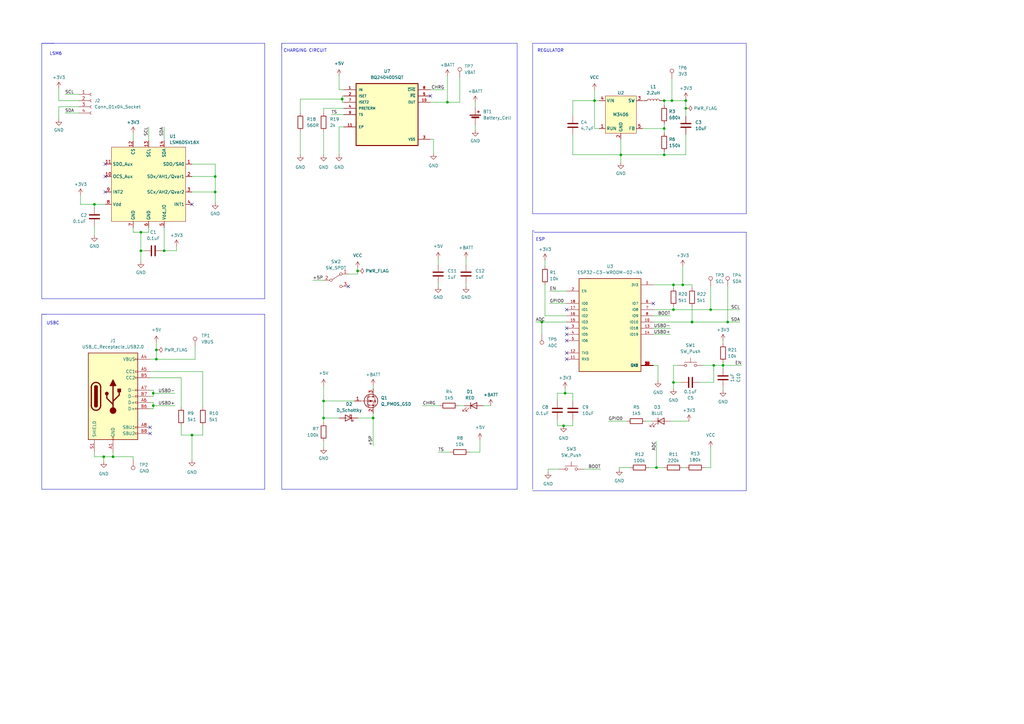
<source format=kicad_sch>
(kicad_sch (version 20230121) (generator eeschema)
  (paper "A3")
  (lib_symbols
    (symbol "BQ24040DSQT:BQ24040DSQT" (pin_names (offset 1.016))
      (property "Reference" "U" (at -12.7 13.7 0))
      (property "Value" "BQ24040DSQT" (at -12.7 -16.7 0))
      (symbol "BQ24040DSQT_0_0"
        (pin input line (at -17.78 10.16 0) (length 5.08) (name "IN") (number "1"))
        (pin output line (at 17.78 5.08 180) (length 5.08) (name "OUT") (number "10"))
        (pin bidirectional line (at -17.78 -5.08 0) (length 5.08) (name "EP") (number "11"))
        (pin input line (at -17.78 7.62 0) (length 5.08) (name "ISET") (number "2"))
        (pin power_in line (at 17.78 -10.16 180) (length 5.08) (name "VSS") (number "3"))
        (pin input line (at -17.78 2.54 0) (length 5.08) (name "PRETERM") (number "4"))
        (pin output line (at 17.78 7.62 180) (length 5.08) (name "~{PG}") (number "5"))
        (pin input line (at -17.78 5.08 0) (length 5.08) (name "ISET2") (number "7"))
        (pin output line (at 17.78 10.16 180) (length 5.08) (name "~{CHG}") (number "8"))
        (pin input line (at -17.78 0 0) (length 5.08) (name "TS") (number "9"))
      )
    )
    (symbol "Connector:Conn_01x04_Socket" (pin_names (offset 1.016) hide)
      (property "Reference" "J" (at 0 5.08 0))
      (property "Value" "Conn_01x04_Socket" (at 0 -7.62 0))
      (symbol "Conn_01x04_Socket_1_1"
        (pin passive line (at -5.08 2.54 0) (length 3.81) (name "Pin_1") (number "1"))
        (pin passive line (at -5.08 0 0) (length 3.81) (name "Pin_2") (number "2"))
        (pin passive line (at -5.08 -2.54 0) (length 3.81) (name "Pin_3") (number "3"))
        (pin passive line (at -5.08 -5.08 0) (length 3.81) (name "Pin_4") (number "4"))
      )
    )
    (symbol "Connector:TestPoint" (pin_numbers hide) (pin_names (offset 0.762) hide)
      (property "Reference" "TP" (at 0 6.858 0))
      (property "Value" "TestPoint" (at 0 5.08 0))
      (symbol "TestPoint_1_1"
        (pin passive line (at 0 0 90) (length 2.54) (name "1") (number "1"))
      )
    )
    (symbol "Connector:USB_C_Receptacle_USB2.0" (pin_names (offset 1.016))
      (property "Reference" "J" (at -10.16 19.05 0))
      (property "Value" "USB_C_Receptacle_USB2.0" (at 19.05 19.05 0))
      (symbol "USB_C_Receptacle_USB2.0_1_1"
        (pin passive line (at 0 -22.86 90) (length 5.08) (name "GND") (number "A1"))
        (pin passive line (at 0 -22.86 90) (length 5.08) hide (name "GND") (number "A12"))
        (pin passive line (at 15.24 15.24 180) (length 5.08) (name "VBUS") (number "A4"))
        (pin bidirectional line (at 15.24 10.16 180) (length 5.08) (name "CC1") (number "A5"))
        (pin bidirectional line (at 15.24 -2.54 180) (length 5.08) (name "D+") (number "A6"))
        (pin bidirectional line (at 15.24 2.54 180) (length 5.08) (name "D-") (number "A7"))
        (pin bidirectional line (at 15.24 -12.7 180) (length 5.08) (name "SBU1") (number "A8"))
        (pin passive line (at 15.24 15.24 180) (length 5.08) hide (name "VBUS") (number "A9"))
        (pin passive line (at 0 -22.86 90) (length 5.08) hide (name "GND") (number "B1"))
        (pin passive line (at 0 -22.86 90) (length 5.08) hide (name "GND") (number "B12"))
        (pin passive line (at 15.24 15.24 180) (length 5.08) hide (name "VBUS") (number "B4"))
        (pin bidirectional line (at 15.24 7.62 180) (length 5.08) (name "CC2") (number "B5"))
        (pin bidirectional line (at 15.24 -5.08 180) (length 5.08) (name "D+") (number "B6"))
        (pin bidirectional line (at 15.24 0 180) (length 5.08) (name "D-") (number "B7"))
        (pin bidirectional line (at 15.24 -15.24 180) (length 5.08) (name "SBU2") (number "B8"))
        (pin passive line (at 15.24 15.24 180) (length 5.08) hide (name "VBUS") (number "B9"))
        (pin passive line (at -7.62 -22.86 90) (length 5.08) (name "SHIELD") (number "S1"))
      )
    )
    (symbol "Device:Battery_Cell" (pin_numbers hide) (pin_names (offset 0) hide)
      (property "Reference" "BT" (at 2.54 2.54 0))
      (property "Value" "Battery_Cell" (at 2.54 0 0))
      (symbol "Battery_Cell_1_1"
        (pin passive line (at 0 5.08 270) (length 2.54) (name "+") (number "1"))
        (pin passive line (at 0 -2.54 90) (length 2.54) (name "-") (number "2"))
      )
    )
    (symbol "Device:C" (pin_numbers hide) (pin_names (offset 0.254))
      (property "Reference" "C" (at 0.635 2.54 0))
      (property "Value" "C" (at 0.635 -2.54 0))
      (symbol "C_1_1"
        (pin passive line (at 0 3.81 270) (length 2.794) (name "~") (number "1"))
        (pin passive line (at 0 -3.81 90) (length 2.794) (name "~") (number "2"))
      )
    )
    (symbol "Device:D_Schottky" (pin_numbers hide) (pin_names (offset 1.016) hide)
      (property "Reference" "D" (at 0 2.54 0))
      (property "Value" "D_Schottky" (at 0 -2.54 0))
      (symbol "D_Schottky_1_1"
        (pin passive line (at -3.81 0 0) (length 2.54) (name "K") (number "1"))
        (pin passive line (at 3.81 0 180) (length 2.54) (name "A") (number "2"))
      )
    )
    (symbol "Device:L" (pin_numbers hide) (pin_names (offset 1.016) hide)
      (property "Reference" "L" (at -1.27 0 90))
      (property "Value" "L" (at 1.905 0 90))
      (symbol "L_1_1"
        (pin passive line (at 0 3.81 270) (length 1.27) (name "1") (number "1"))
        (pin passive line (at 0 -3.81 90) (length 1.27) (name "2") (number "2"))
      )
    )
    (symbol "Device:LED" (pin_numbers hide) (pin_names (offset 1.016) hide)
      (property "Reference" "D" (at 0 2.54 0))
      (property "Value" "LED" (at 0 -2.54 0))
      (symbol "LED_1_1"
        (pin passive line (at -3.81 0 0) (length 2.54) (name "K") (number "1"))
        (pin passive line (at 3.81 0 180) (length 2.54) (name "A") (number "2"))
      )
    )
    (symbol "Device:Q_PMOS_GSD" (pin_names (offset 0) hide)
      (property "Reference" "Q" (at 5.08 1.27 0))
      (property "Value" "Q_PMOS_GSD" (at 5.08 -1.27 0))
      (symbol "Q_PMOS_GSD_1_1"
        (pin input line (at -5.08 0 0) (length 2.54) (name "G") (number "1"))
        (pin passive line (at 2.54 -5.08 90) (length 2.54) (name "S") (number "2"))
        (pin passive line (at 2.54 5.08 270) (length 2.54) (name "D") (number "3"))
      )
    )
    (symbol "Device:R" (pin_numbers hide) (pin_names (offset 0))
      (property "Reference" "R" (at 2.032 0 90))
      (property "Value" "R" (at 0 0 90))
      (symbol "R_1_1"
        (pin passive line (at 0 3.81 270) (length 1.27) (name "~") (number "1"))
        (pin passive line (at 0 -3.81 90) (length 1.27) (name "~") (number "2"))
      )
    )
    (symbol "ESP32-C3-WROOM-02-N4:ESP32-C3-WROOM-02-N4" (pin_names (offset 1.016))
      (property "Reference" "U" (at -12.7 21.082 0))
      (property "Value" "ESP32-C3-WROOM-02-N4" (at -12.7 -18.542 0))
      (symbol "ESP32-C3-WROOM-02-N4_0_0"
        (pin power_in line (at 17.78 17.78 180) (length 5.08) (name "3V3") (number "1"))
        (pin bidirectional line (at 17.78 2.54 180) (length 5.08) (name "IO10") (number "10"))
        (pin bidirectional line (at -17.78 -12.7 0) (length 5.08) (name "RXD") (number "11"))
        (pin bidirectional line (at -17.78 -10.16 0) (length 5.08) (name "TXD") (number "12"))
        (pin bidirectional line (at 17.78 0 180) (length 5.08) (name "IO18") (number "13"))
        (pin bidirectional line (at 17.78 -2.54 180) (length 5.08) (name "IO19") (number "14"))
        (pin bidirectional line (at -17.78 2.54 0) (length 5.08) (name "IO3") (number "15"))
        (pin bidirectional line (at -17.78 5.08 0) (length 5.08) (name "IO2") (number "16"))
        (pin bidirectional line (at -17.78 7.62 0) (length 5.08) (name "IO1") (number "17"))
        (pin bidirectional line (at -17.78 10.16 0) (length 5.08) (name "IO0") (number "18"))
        (pin power_in line (at 17.78 -15.24 180) (length 5.08) (name "GND") (number "19"))
        (pin input line (at -17.78 15.24 0) (length 5.08) (name "EN") (number "2"))
        (pin power_in line (at 17.78 -15.24 180) (length 5.08) (name "GND") (number "20"))
        (pin power_in line (at 17.78 -15.24 180) (length 5.08) (name "GND") (number "21"))
        (pin power_in line (at 17.78 -15.24 180) (length 5.08) (name "GND") (number "22"))
        (pin power_in line (at 17.78 -15.24 180) (length 5.08) (name "GND") (number "23"))
        (pin power_in line (at 17.78 -15.24 180) (length 5.08) (name "GND") (number "24"))
        (pin power_in line (at 17.78 -15.24 180) (length 5.08) (name "GND") (number "25"))
        (pin power_in line (at 17.78 -15.24 180) (length 5.08) (name "GND") (number "26"))
        (pin power_in line (at 17.78 -15.24 180) (length 5.08) (name "GND") (number "27"))
        (pin power_in line (at 17.78 -15.24 180) (length 5.08) (name "GND") (number "28"))
        (pin power_in line (at 17.78 -15.24 180) (length 5.08) (name "GND") (number "29"))
        (pin bidirectional line (at -17.78 0 0) (length 5.08) (name "IO4") (number "3"))
        (pin power_in line (at 17.78 -15.24 180) (length 5.08) (name "GND") (number "30"))
        (pin power_in line (at 17.78 -15.24 180) (length 5.08) (name "GND") (number "31"))
        (pin power_in line (at 17.78 -15.24 180) (length 5.08) (name "GND") (number "32"))
        (pin power_in line (at 17.78 -15.24 180) (length 5.08) (name "GND") (number "33"))
        (pin power_in line (at 17.78 -15.24 180) (length 5.08) (name "GND") (number "34"))
        (pin power_in line (at 17.78 -15.24 180) (length 5.08) (name "GND") (number "35"))
        (pin power_in line (at 17.78 -15.24 180) (length 5.08) (name "GND") (number "36"))
        (pin power_in line (at 17.78 -15.24 180) (length 5.08) (name "GND") (number "37"))
        (pin power_in line (at 17.78 -15.24 180) (length 5.08) (name "GND") (number "38"))
        (pin power_in line (at 17.78 -15.24 180) (length 5.08) (name "GND") (number "39"))
        (pin bidirectional line (at -17.78 -2.54 0) (length 5.08) (name "IO5") (number "4"))
        (pin bidirectional line (at -17.78 -5.08 0) (length 5.08) (name "IO6") (number "5"))
        (pin bidirectional line (at 17.78 10.16 180) (length 5.08) (name "IO7") (number "6"))
        (pin bidirectional line (at 17.78 7.62 180) (length 5.08) (name "IO8") (number "7"))
        (pin bidirectional line (at 17.78 5.08 180) (length 5.08) (name "IO9") (number "8"))
        (pin power_in line (at 17.78 -15.24 180) (length 5.08) (name "GND") (number "9"))
      )
    )
    (symbol "IMU:LSM6DSV16X"
      (property "Reference" "U" (at -13.97 16.51 0))
      (property "Value" "LSM6DSV16X" (at 13.335 16.51 0))
      (symbol "LSM6DSV16X_1_1"
        (pin bidirectional line (at 17.78 8.255 180) (length 2.54) (name "SDO/SA0") (number "1"))
        (pin input line (at -17.78 3.175 0) (length 2.54) (name "OCS_Aux") (number "10"))
        (pin output line (at -17.78 8.255 0) (length 2.54) (name "SDO_Aux") (number "11"))
        (pin input line (at -6.35 17.78 270) (length 2.54) (name "CS") (number "12"))
        (pin input line (at 0 17.78 270) (length 2.54) (name "SCL") (number "13"))
        (pin bidirectional line (at 6.35 17.78 270) (length 2.54) (name "SDA") (number "14"))
        (pin bidirectional line (at 17.78 3.175 180) (length 2.54) (name "SDx/AH1/Qvar1") (number "2"))
        (pin output line (at 17.78 -3.175 180) (length 2.54) (name "SCx/AH2/Qvar2") (number "3"))
        (pin output line (at 17.78 -8.255 180) (length 2.54) (name "INT1") (number "4"))
        (pin power_in line (at 6.35 -17.78 90) (length 2.54) (name "Vdd_IO") (number "5"))
        (pin power_in line (at 0 -17.78 90) (length 2.54) (name "GND") (number "6"))
        (pin power_in line (at -6.35 -17.78 90) (length 2.54) (name "GND") (number "7"))
        (pin power_in line (at -17.78 -8.255 0) (length 2.54) (name "Vdd") (number "8"))
        (pin output line (at -17.78 -3.175 0) (length 2.54) (name "INT2") (number "9"))
      )
    )
    (symbol "Regulator_Switching_Custom:M3406"
      (property "Reference" "U" (at -4.445 8.89 0))
      (property "Value" "M3406" (at 3.175 8.89 0))
      (symbol "M3406_1_1"
        (pin input line (at -8.89 -5.715 0) (length 2.54) (name "RUN") (number "1"))
        (pin power_in line (at 0 -10.16 90) (length 2.54) (name "GND") (number "2"))
        (pin output line (at 8.89 5.715 180) (length 2.54) (name "SW") (number "3"))
        (pin power_in line (at -8.89 5.715 0) (length 2.54) (name "VIN") (number "4"))
        (pin input line (at 8.89 -5.715 180) (length 2.54) (name "FB") (number "5"))
      )
    )
    (symbol "Switch:SW_Push" (pin_numbers hide) (pin_names (offset 1.016) hide)
      (property "Reference" "SW" (at 1.27 2.54 0))
      (property "Value" "SW_Push" (at 0 -1.524 0))
      (symbol "SW_Push_0_1"
        (pin passive line (at -5.08 0 0) (length 2.54) (name "1") (number "1"))
        (pin passive line (at 5.08 0 180) (length 2.54) (name "2") (number "2"))
      )
    )
    (symbol "Switch:SW_SPDT" (pin_names (offset 0) hide)
      (property "Reference" "SW" (at 0 4.318 0))
      (property "Value" "SW_SPDT" (at 0 -5.08 0))
      (symbol "SW_SPDT_1_1"
        (pin passive line (at 5.08 2.54 180) (length 2.54) (name "A") (number "1"))
        (pin passive line (at -5.08 0 0) (length 2.54) (name "B") (number "2"))
        (pin passive line (at 5.08 -2.54 180) (length 2.54) (name "C") (number "3"))
      )
    )
    (symbol "power:+3V3" (power) (pin_names (offset 0))
      (property "Value" "+3V3" (at 0 3.556 0))
      (symbol "+3V3_1_1"
        (pin power_in line (at 0 0 90) (length 0) hide (name "+3V3") (number "1"))
      )
    )
    (symbol "power:+5V" (power) (pin_names (offset 0))
      (property "Value" "+5V" (at 0 3.556 0))
      (symbol "+5V_1_1"
        (pin power_in line (at 0 0 90) (length 0) hide (name "+5V") (number "1"))
      )
    )
    (symbol "power:+BATT" (power) (pin_names (offset 0))
      (property "Value" "+BATT" (at 0 3.556 0))
      (symbol "+BATT_1_1"
        (pin power_in line (at 0 0 90) (length 0) hide (name "+BATT") (number "1"))
      )
    )
    (symbol "power:GND" (power) (pin_names (offset 0))
      (property "Value" "GND" (at 0 -3.81 0))
      (symbol "GND_1_1"
        (pin power_in line (at 0 0 270) (length 0) hide (name "GND") (number "1"))
      )
    )
    (symbol "power:PWR_FLAG" (power) (pin_numbers hide) (pin_names (offset 0) hide)
      (property "Value" "PWR_FLAG" (at 0 3.81 0))
      (symbol "PWR_FLAG_0_0"
        (pin power_out line (at 0 0 90) (length 0) (name "pwr") (number "1"))
      )
    )
    (symbol "power:VCC" (power) (pin_names (offset 0))
      (property "Value" "VCC" (at 0 3.81 0))
      (symbol "VCC_1_1"
        (pin power_in line (at 0 0 90) (length 0) hide (name "VCC") (number "1"))
      )
    )
  )
  (junction (at 222.25 132.08))
  (junction (at 283.845 132.08))
  (junction (at 64.135 143.51))
  (junction (at 183.515 41.91))
  (junction (at 272.415 52.705))
  (junction (at 88.265 78.74))
  (junction (at 62.865 166.37))
  (junction (at 42.545 187.325))
  (junction (at 281.305 41.275))
  (junction (at 291.465 127))
  (junction (at 254.635 63.5))
  (junction (at 281.305 44.45))
  (junction (at 64.135 147.32))
  (junction (at 46.355 187.325))
  (junction (at 276.225 127))
  (junction (at 280.035 116.84))
  (junction (at 298.45 132.08))
  (junction (at 57.785 95.25))
  (junction (at 231.775 161.29))
  (junction (at 146.685 111.125))
  (junction (at 243.84 41.275))
  (junction (at 78.74 178.435))
  (junction (at 88.265 72.39))
  (junction (at 132.715 171.45))
  (junction (at 57.785 102.87))
  (junction (at 67.31 102.87))
  (junction (at 153.035 171.45))
  (junction (at 296.545 149.86))
  (junction (at 276.225 156.845))
  (junction (at 231.14 174.625))
  (junction (at 276.225 116.84))
  (junction (at 132.715 164.465))
  (junction (at 38.735 83.82))
  (junction (at 272.415 63.5))
  (junction (at 62.865 161.29))
  (junction (at 269.24 191.77))
  (junction (at 292.735 149.86))
  (junction (at 275.59 41.275))
  (junction (at 140.335 40.64))
  (junction (at 272.415 41.275))
  (no_connect (at 61.595 177.8))
  (no_connect (at 43.18 72.39))
  (no_connect (at 232.41 147.32))
  (no_connect (at 61.595 175.26))
  (no_connect (at 232.41 137.16))
  (no_connect (at 43.18 67.31))
  (no_connect (at 232.41 127))
  (no_connect (at 267.97 124.46))
  (no_connect (at 232.41 139.7))
  (no_connect (at 43.18 78.74))
  (no_connect (at 78.74 83.82))
  (no_connect (at 176.53 39.37))
  (no_connect (at 232.41 144.78))
  (no_connect (at 142.875 117.475))
  (no_connect (at 232.41 134.62))
  (wire (pts (xy 276.225 116.84) (xy 276.225 118.11)))
  (wire (pts (xy 187.96 166.37) (xy 190.5 166.37)))
  (wire (pts (xy 272.415 62.23) (xy 272.415 63.5)))
  (wire (pts (xy 194.945 41.91) (xy 194.945 43.815)))
  (wire (pts (xy 62.865 165.1) (xy 62.865 166.37)))
  (wire (pts (xy 67.31 93.345) (xy 67.31 102.87)))
  (wire (pts (xy 291.465 117.475) (xy 291.465 127)))
  (wire (pts (xy 38.735 83.82) (xy 38.735 85.09)))
  (wire (pts (xy 228.6 164.465) (xy 228.6 161.29)))
  (polyline (pts (xy 17.145 17.78) (xy 108.585 17.78)))
  (polyline (pts (xy 17.145 17.78) (xy 22.225 17.78)))
  (polyline (pts (xy 21.59 17.78) (xy 22.225 17.78)))
  (wire (pts (xy 191.135 106.045) (xy 191.135 108.585)))
  (wire (pts (xy 234.95 47.625) (xy 234.95 41.275)))
  (wire (pts (xy 276.225 149.86) (xy 278.13 149.86)))
  (polyline (pts (xy 212.09 17.78) (xy 115.57 17.78)))
  (wire (pts (xy 281.305 44.45) (xy 281.305 47.625)))
  (wire (pts (xy 254.635 63.5) (xy 272.415 63.5)))
  (wire (pts (xy 292.735 149.86) (xy 296.545 149.86)))
  (wire (pts (xy 179.705 185.42) (xy 184.785 185.42)))
  (wire (pts (xy 276.225 159.385) (xy 276.225 156.845)))
  (wire (pts (xy 123.19 40.64) (xy 123.19 46.355)))
  (wire (pts (xy 279.4 156.845) (xy 276.225 156.845)))
  (wire (pts (xy 128.27 114.935) (xy 132.715 114.935)))
  (wire (pts (xy 32.385 46.355) (xy 26.67 46.355)))
  (wire (pts (xy 54.61 187.325) (xy 46.355 187.325)))
  (wire (pts (xy 74.295 154.94) (xy 74.295 167.005)))
  (polyline (pts (xy 306.07 17.78) (xy 218.44 17.78)))
  (polyline (pts (xy 115.57 17.78) (xy 115.57 20.32)))
  (wire (pts (xy 264.795 172.72) (xy 267.335 172.72)))
  (wire (pts (xy 231.14 174.625) (xy 234.95 174.625)))
  (wire (pts (xy 245.745 52.705) (xy 243.84 52.705)))
  (wire (pts (xy 296.545 149.86) (xy 304.165 149.86)))
  (wire (pts (xy 288.29 149.86) (xy 292.735 149.86)))
  (polyline (pts (xy 218.44 94.615) (xy 218.44 200.66)))
  (wire (pts (xy 61.595 147.32) (xy 64.135 147.32)))
  (wire (pts (xy 62.865 162.56) (xy 61.595 162.56)))
  (wire (pts (xy 269.875 149.86) (xy 269.875 156.21)))
  (wire (pts (xy 38.735 83.82) (xy 43.18 83.82)))
  (wire (pts (xy 254.635 57.15) (xy 254.635 63.5)))
  (wire (pts (xy 54.61 188.595) (xy 54.61 187.325)))
  (wire (pts (xy 196.85 180.34) (xy 196.85 185.42)))
  (wire (pts (xy 234.95 63.5) (xy 254.635 63.5)))
  (wire (pts (xy 72.39 102.87) (xy 67.31 102.87)))
  (polyline (pts (xy 218.44 201.295) (xy 306.07 201.295)))
  (wire (pts (xy 223.52 106.68) (xy 223.52 109.22)))
  (wire (pts (xy 67.31 52.07) (xy 67.31 57.785)))
  (wire (pts (xy 33.02 83.82) (xy 33.02 80.01)))
  (wire (pts (xy 62.865 161.29) (xy 71.755 161.29)))
  (polyline (pts (xy 115.57 200.66) (xy 212.09 200.66)))
  (wire (pts (xy 296.545 148.59) (xy 296.545 149.86)))
  (wire (pts (xy 83.185 174.625) (xy 83.185 178.435)))
  (wire (pts (xy 57.785 95.25) (xy 60.96 95.25)))
  (wire (pts (xy 239.395 192.405) (xy 246.38 192.405)))
  (wire (pts (xy 254 191.77) (xy 254 192.405)))
  (wire (pts (xy 269.24 191.77) (xy 272.415 191.77)))
  (wire (pts (xy 140.335 40.64) (xy 140.335 39.37)))
  (wire (pts (xy 283.845 125.73) (xy 283.845 132.08)))
  (wire (pts (xy 38.735 185.42) (xy 38.735 187.325)))
  (wire (pts (xy 139.065 36.83) (xy 140.97 36.83)))
  (wire (pts (xy 61.595 165.1) (xy 62.865 165.1)))
  (wire (pts (xy 291.465 183.515) (xy 291.465 191.77)))
  (wire (pts (xy 272.415 41.275) (xy 275.59 41.275)))
  (wire (pts (xy 54.61 93.345) (xy 54.61 95.25)))
  (wire (pts (xy 132.715 180.975) (xy 132.715 183.515)))
  (wire (pts (xy 24.13 41.275) (xy 32.385 41.275)))
  (wire (pts (xy 57.785 95.25) (xy 57.785 102.87)))
  (wire (pts (xy 287.02 156.845) (xy 292.735 156.845)))
  (wire (pts (xy 179.705 116.205) (xy 179.705 117.475)))
  (wire (pts (xy 132.715 158.115) (xy 132.715 164.465)))
  (wire (pts (xy 296.545 158.75) (xy 296.545 160.02)))
  (wire (pts (xy 132.715 171.45) (xy 139.065 171.45)))
  (wire (pts (xy 42.545 187.325) (xy 42.545 189.23)))
  (wire (pts (xy 123.19 53.975) (xy 123.19 63.5)))
  (wire (pts (xy 234.95 41.275) (xy 243.84 41.275)))
  (wire (pts (xy 222.25 132.08) (xy 222.25 137.16)))
  (wire (pts (xy 272.415 50.8) (xy 272.415 52.705)))
  (wire (pts (xy 64.135 140.335) (xy 64.135 143.51)))
  (wire (pts (xy 132.715 53.975) (xy 132.715 63.5)))
  (wire (pts (xy 64.135 143.51) (xy 64.135 147.32)))
  (wire (pts (xy 135.89 46.99) (xy 140.97 46.99)))
  (polyline (pts (xy 108.585 17.78) (xy 108.585 122.555)))
  (wire (pts (xy 243.84 52.705) (xy 243.84 41.275)))
  (wire (pts (xy 38.735 187.325) (xy 42.545 187.325)))
  (wire (pts (xy 219.71 132.08) (xy 222.25 132.08)))
  (wire (pts (xy 188.595 41.91) (xy 183.515 41.91)))
  (wire (pts (xy 234.95 55.245) (xy 234.95 63.5)))
  (wire (pts (xy 72.39 100.965) (xy 72.39 102.87)))
  (wire (pts (xy 267.97 134.62) (xy 274.955 134.62)))
  (wire (pts (xy 54.61 54.61) (xy 54.61 57.785)))
  (wire (pts (xy 276.225 125.73) (xy 276.225 127)))
  (polyline (pts (xy 108.585 200.66) (xy 17.145 200.66)))
  (wire (pts (xy 66.675 102.87) (xy 67.31 102.87)))
  (wire (pts (xy 54.61 95.25) (xy 57.785 95.25)))
  (wire (pts (xy 267.97 129.54) (xy 274.955 129.54)))
  (wire (pts (xy 83.185 152.4) (xy 83.185 167.005)))
  (wire (pts (xy 60.96 52.07) (xy 60.96 57.785)))
  (wire (pts (xy 281.305 41.275) (xy 281.305 44.45)))
  (wire (pts (xy 24.13 48.895) (xy 24.13 43.815)))
  (wire (pts (xy 88.265 72.39) (xy 88.265 78.74)))
  (wire (pts (xy 283.845 118.11) (xy 283.845 116.84)))
  (wire (pts (xy 183.515 31.115) (xy 183.515 41.91)))
  (wire (pts (xy 42.545 187.325) (xy 46.355 187.325)))
  (wire (pts (xy 74.295 178.435) (xy 74.295 174.625)))
  (wire (pts (xy 80.01 142.24) (xy 80.01 147.32)))
  (wire (pts (xy 78.74 188.595) (xy 78.74 178.435)))
  (wire (pts (xy 61.595 154.94) (xy 74.295 154.94)))
  (wire (pts (xy 225.425 119.38) (xy 232.41 119.38)))
  (polyline (pts (xy 306.07 95.25) (xy 219.075 95.25)))
  (wire (pts (xy 234.95 161.29) (xy 234.95 164.465)))
  (wire (pts (xy 80.01 147.32) (xy 64.135 147.32)))
  (wire (pts (xy 33.02 83.82) (xy 38.735 83.82)))
  (wire (pts (xy 78.74 178.435) (xy 74.295 178.435)))
  (wire (pts (xy 24.13 43.815) (xy 32.385 43.815)))
  (wire (pts (xy 153.035 169.545) (xy 153.035 171.45)))
  (wire (pts (xy 292.735 156.845) (xy 292.735 149.86)))
  (wire (pts (xy 276.225 116.84) (xy 280.035 116.84)))
  (wire (pts (xy 298.45 132.08) (xy 303.53 132.08)))
  (wire (pts (xy 296.545 149.86) (xy 296.545 151.13)))
  (wire (pts (xy 140.97 41.91) (xy 140.335 41.91)))
  (wire (pts (xy 223.52 116.84) (xy 223.52 129.54)))
  (wire (pts (xy 177.8 57.15) (xy 177.8 62.865)))
  (wire (pts (xy 267.97 137.16) (xy 274.955 137.16)))
  (wire (pts (xy 245.745 41.275) (xy 243.84 41.275)))
  (wire (pts (xy 78.74 67.31) (xy 88.265 67.31)))
  (polyline (pts (xy 108.585 122.555) (xy 17.145 122.555)))
  (wire (pts (xy 62.865 167.64) (xy 61.595 167.64)))
  (wire (pts (xy 132.715 171.45) (xy 132.715 173.355)))
  (polyline (pts (xy 306.07 201.295) (xy 306.07 95.25)))
  (wire (pts (xy 228.6 172.085) (xy 228.6 174.625)))
  (wire (pts (xy 228.6 161.29) (xy 231.775 161.29)))
  (polyline (pts (xy 212.09 200.66) (xy 212.09 17.78)))
  (wire (pts (xy 194.945 51.435) (xy 194.945 53.34)))
  (wire (pts (xy 78.74 72.39) (xy 88.265 72.39)))
  (polyline (pts (xy 17.145 128.905) (xy 19.05 128.905)))
  (wire (pts (xy 269.24 180.975) (xy 269.24 191.77)))
  (wire (pts (xy 254.635 63.5) (xy 254.635 66.675)))
  (wire (pts (xy 274.955 172.72) (xy 282.575 172.72)))
  (wire (pts (xy 267.97 149.86) (xy 269.875 149.86)))
  (wire (pts (xy 61.595 152.4) (xy 83.185 152.4)))
  (wire (pts (xy 60.96 93.345) (xy 60.96 95.25)))
  (wire (pts (xy 139.065 52.07) (xy 140.97 52.07)))
  (wire (pts (xy 222.25 132.08) (xy 232.41 132.08)))
  (wire (pts (xy 176.53 57.15) (xy 177.8 57.15)))
  (wire (pts (xy 191.135 116.205) (xy 191.135 117.475)))
  (wire (pts (xy 266.065 191.77) (xy 269.24 191.77)))
  (wire (pts (xy 139.065 31.115) (xy 139.065 36.83)))
  (wire (pts (xy 62.865 166.37) (xy 71.755 166.37)))
  (wire (pts (xy 153.035 171.45) (xy 153.035 182.88)))
  (wire (pts (xy 182.245 36.83) (xy 176.53 36.83)))
  (wire (pts (xy 281.305 63.5) (xy 281.305 55.245)))
  (wire (pts (xy 62.865 166.37) (xy 62.865 167.64)))
  (wire (pts (xy 61.595 160.02) (xy 62.865 160.02)))
  (wire (pts (xy 26.67 38.735) (xy 32.385 38.735)))
  (wire (pts (xy 234.95 174.625) (xy 234.95 172.085)))
  (polyline (pts (xy 219.075 94.615) (xy 218.44 94.615)))
  (wire (pts (xy 198.12 166.37) (xy 201.295 166.37)))
  (polyline (pts (xy 306.07 87.63) (xy 306.07 17.78)))
  (wire (pts (xy 88.265 78.74) (xy 88.265 83.185)))
  (wire (pts (xy 231.775 161.29) (xy 234.95 161.29)))
  (wire (pts (xy 188.595 31.75) (xy 188.595 41.91)))
  (wire (pts (xy 291.465 127) (xy 303.53 127)))
  (wire (pts (xy 224.79 192.405) (xy 229.235 192.405)))
  (wire (pts (xy 46.355 185.42) (xy 46.355 187.325)))
  (wire (pts (xy 57.785 102.87) (xy 57.785 107.315)))
  (wire (pts (xy 176.53 41.91) (xy 183.515 41.91)))
  (wire (pts (xy 78.74 78.74) (xy 88.265 78.74)))
  (wire (pts (xy 24.13 36.195) (xy 24.13 41.275)))
  (polyline (pts (xy 218.44 17.78) (xy 218.44 87.63)))
  (wire (pts (xy 258.445 191.77) (xy 254 191.77)))
  (wire (pts (xy 232.41 129.54) (xy 223.52 129.54)))
  (wire (pts (xy 267.97 116.84) (xy 276.225 116.84)))
  (wire (pts (xy 228.6 174.625) (xy 231.14 174.625)))
  (wire (pts (xy 123.19 40.64) (xy 140.335 40.64)))
  (polyline (pts (xy 115.57 17.78) (xy 115.57 200.66)))
  (wire (pts (xy 192.405 185.42) (xy 196.85 185.42)))
  (wire (pts (xy 62.865 160.02) (xy 62.865 161.29)))
  (wire (pts (xy 272.415 63.5) (xy 281.305 63.5)))
  (wire (pts (xy 243.84 41.275) (xy 243.84 36.83)))
  (wire (pts (xy 263.525 52.705) (xy 272.415 52.705)))
  (wire (pts (xy 280.035 116.84) (xy 283.845 116.84)))
  (wire (pts (xy 153.035 158.115) (xy 153.035 159.385)))
  (wire (pts (xy 275.59 32.385) (xy 275.59 41.275)))
  (wire (pts (xy 283.845 132.08) (xy 298.45 132.08)))
  (wire (pts (xy 140.335 41.91) (xy 140.335 40.64)))
  (wire (pts (xy 224.79 193.675) (xy 224.79 192.405)))
  (wire (pts (xy 88.265 67.31) (xy 88.265 72.39)))
  (polyline (pts (xy 17.145 128.905) (xy 108.585 128.905)))
  (wire (pts (xy 231.775 159.385) (xy 231.775 161.29)))
  (wire (pts (xy 272.415 41.275) (xy 272.415 43.18)))
  (wire (pts (xy 272.415 52.705) (xy 272.415 54.61)))
  (wire (pts (xy 281.305 41.275) (xy 281.305 40.64)))
  (wire (pts (xy 146.685 171.45) (xy 153.035 171.45)))
  (wire (pts (xy 173.355 166.37) (xy 180.34 166.37)))
  (wire (pts (xy 146.685 109.855) (xy 146.685 111.125)))
  (wire (pts (xy 146.685 111.125) (xy 146.685 112.395)))
  (wire (pts (xy 179.705 106.045) (xy 179.705 108.585)))
  (wire (pts (xy 267.97 132.08) (xy 283.845 132.08)))
  (wire (pts (xy 280.035 109.22) (xy 280.035 116.84)))
  (wire (pts (xy 83.185 178.435) (xy 78.74 178.435)))
  (polyline (pts (xy 17.145 200.66) (xy 17.145 128.905)))
  (wire (pts (xy 132.715 44.45) (xy 132.715 46.355)))
  (wire (pts (xy 140.97 44.45) (xy 132.715 44.45)))
  (wire (pts (xy 275.59 41.275) (xy 281.305 41.275)))
  (wire (pts (xy 298.45 117.475) (xy 298.45 132.08)))
  (wire (pts (xy 140.97 39.37) (xy 140.335 39.37)))
  (polyline (pts (xy 17.145 122.555) (xy 17.145 17.78)))
  (polyline (pts (xy 218.44 87.63) (xy 306.07 87.63)))
  (wire (pts (xy 280.035 191.77) (xy 281.305 191.77)))
  (wire (pts (xy 271.78 41.275) (xy 272.415 41.275)))
  (polyline (pts (xy 108.585 128.905) (xy 108.585 200.66)))
  (wire (pts (xy 249.555 172.72) (xy 257.175 172.72)))
  (wire (pts (xy 276.225 127) (xy 291.465 127)))
  (wire (pts (xy 288.925 191.77) (xy 291.465 191.77)))
  (wire (pts (xy 62.865 161.29) (xy 62.865 162.56)))
  (wire (pts (xy 276.225 156.845) (xy 276.225 149.86)))
  (wire (pts (xy 296.545 139.7) (xy 296.545 140.97)))
  (wire (pts (xy 38.735 92.71) (xy 38.735 96.52)))
  (wire (pts (xy 146.685 112.395) (xy 142.875 112.395)))
  (wire (pts (xy 267.97 127) (xy 276.225 127)))
  (wire (pts (xy 225.425 124.46) (xy 232.41 124.46)))
  (wire (pts (xy 139.065 52.07) (xy 139.065 63.5)))
  (wire (pts (xy 263.525 41.275) (xy 264.16 41.275)))
  (wire (pts (xy 145.415 164.465) (xy 132.715 164.465)))
  (wire (pts (xy 132.715 164.465) (xy 132.715 171.45)))
  (wire (pts (xy 57.785 102.87) (xy 59.055 102.87)))
  (text "LSM6" (at 20.32 22.86 0) (effects (font (size 1.27 1.27)) (justify left bottom)))
  (text "REGULATOR" (at 220.345 21.59 0) (effects (font (size 1.27 1.27)) (justify left bottom)))
  (text "CHARGING CIRCUIT" (at 116.205 21.59 0) (effects (font (size 1.27 1.27)) (justify left bottom)))
  (text "USBC" (at 19.05 133.35 0) (effects (font (size 1.27 1.27)) (justify left bottom)))
  (text "ESP" (at 219.71 99.06 0) (effects (font (size 1.27 1.27)) (justify left bottom)))
  (label "+5P" (at 153.035 182.88 90))
  (label "SCL" (at 60.96 52.07 270))
  (label "BOOT" (at 274.955 129.54 180))
  (label "CHRG" (at 173.355 166.37 0))
  (label "SCL" (at 303.53 127 180))
  (label "SCL" (at 26.67 38.735 0))
  (label "SDA" (at 26.67 46.355 0))
  (label "+5P" (at 128.27 114.935 0))
  (label "ADC" (at 269.24 180.975 270))
  (label "CHRG" (at 182.245 36.83 180))
  (label "EN" (at 304.165 149.86 180))
  (label "USBD+" (at 274.955 137.16 180))
  (label "GPIO0" (at 249.555 172.72 0))
  (label "SDA" (at 67.31 52.07 270))
  (label "USBD+" (at 71.755 166.37 180))
  (label "USBD-" (at 274.955 134.62 180))
  (label "USBD-" (at 71.755 161.29 180))
  (label "EN" (at 225.425 119.38 0))
  (label "SDA" (at 303.53 132.08 180))
  (label "ADC" (at 219.71 132.08 0))
  (label "GPIO0" (at 225.425 124.46 0))
  (label "TS" (at 179.705 185.42 0))
  (label "BOOT" (at 246.38 192.405 180))
  (label "TS" (at 135.89 46.99 0))
  (symbol (lib_id "Switch:SW_Push") (at 283.21 149.86 0) (unit 1)
    (property "Reference" "SW1" (at 283.21 141.605 0))
    (property "Value" "SW_Push" (at 283.21 144.145 0))
    (property "Footprint" "Button_Switch_SMD:SW_SPST_B3U-1000P" (effects hide))
    (property "HAS" "YES" (effects hide))
  )
  (symbol (lib_id "power:+3V3") (at 223.52 106.68 0) (unit 1)
    (property "Reference" "#PWR05" (effects hide))
    (property "Value" "+3V3" (at 223.52 102.235 0))
  )
  (symbol (lib_id "power:GND") (at 254.635 66.675 0) (unit 1)
    (property "Reference" "#PWR010" (effects hide))
    (property "Value" "GND" (at 254.635 71.12 0))
  )
  (symbol (lib_id "power:GND") (at 231.14 174.625 0) (unit 1)
    (property "Reference" "#PWR021" (effects hide))
    (property "Value" "GND" (at 231.14 179.705 0))
  )
  (symbol (lib_id "power:+5V") (at 196.85 180.34 0) (unit 1)
    (property "Reference" "#PWR017" (effects hide))
    (property "Value" "+5V" (at 196.85 175.26 0))
  )
  (symbol (lib_id "Device:C") (at 191.135 112.395 0) (unit 1)
    (property "Reference" "C12" (at 194.945 111.125 0) (effects (justify left)))
    (property "Value" "1uF" (at 194.945 113.665 0) (effects (justify left)))
    (property "Footprint" "Capacitor_SMD:C_0603_1608Metric" (effects hide))
    (property "MPN" "C52923" (effects hide))
    (property "HAS" "YES" (effects hide))
  )
  (symbol (lib_id "Device:R") (at 132.715 177.165 0) (mirror y) (unit 1)
    (property "Reference" "R7" (at 130.81 175.895 0) (effects (justify left)))
    (property "Value" "100k" (at 130.81 178.435 0) (effects (justify left)))
    (property "Footprint" "Resistor_SMD:R_0603_1608Metric" (effects hide))
    (property "MPN" "C25741" (effects hide))
    (property "HAS" "YES" (effects hide))
  )
  (symbol (lib_id "power:GND") (at 269.875 156.21 0) (mirror y) (unit 1)
    (property "Reference" "#PWR016" (effects hide))
    (property "Value" "GND" (at 269.875 160.9725 0))
  )
  (symbol (lib_id "power:+3V3") (at 24.13 36.195 0) (unit 1)
    (property "Reference" "#PWR022" (effects hide))
    (property "Value" "+3V3" (at 24.13 31.75 0))
  )
  (symbol (lib_id "power:GND") (at 123.19 63.5 0) (unit 1)
    (property "Reference" "#PWR040" (effects hide))
    (property "Value" "GND" (at 123.19 68.58 0))
  )
  (symbol (lib_id "Connector:TestPoint") (at 291.465 117.475 0) (unit 1)
    (property "Reference" "TP3" (at 293.37 112.903 0) (effects (justify left)))
    (property "Value" "SCL" (at 293.37 115.443 0) (effects (justify left)))
    (property "Footprint" "TestPoint:TestPoint_Pad_D1.0mm" (effects hide))
    (property "HAS" "YES" (effects hide))
  )
  (symbol (lib_id "power:+3V3") (at 33.02 80.01 0) (unit 1)
    (property "Reference" "#PWR08" (effects hide))
    (property "Value" "+3V3" (at 33.02 75.565 0))
  )
  (symbol (lib_id "Connector:TestPoint") (at 222.25 137.16 180) (unit 1)
    (property "Reference" "TP5" (at 224.79 139.192 0) (effects (justify right)))
    (property "Value" "ADC" (at 224.79 141.732 0) (effects (justify right)))
    (property "Footprint" "TestPoint:TestPoint_Pad_D1.0mm" (effects hide))
    (property "HAS" "YES" (effects hide))
  )
  (symbol (lib_id "power:+5V") (at 139.065 31.115 0) (unit 1)
    (property "Reference" "#PWR039" (effects hide))
    (property "Value" "+5V" (at 139.065 26.035 0))
  )
  (symbol (lib_id "Device:R") (at 276.225 191.77 270) (mirror x) (unit 1)
    (property "Reference" "R11" (at 276.225 186.3725 90))
    (property "Value" "220k" (at 276.225 188.9125 90))
    (property "Footprint" "Resistor_SMD:R_0603_1608Metric" (effects hide))
    (property "MPN" "C25767" (effects hide))
    (property "HAS" "YES" (effects hide))
  )
  (symbol (lib_id "power:+5V") (at 179.705 106.045 0) (unit 1)
    (property "Reference" "#PWR041" (effects hide))
    (property "Value" "+5V" (at 179.705 100.965 0))
  )
  (symbol (lib_id "Connector:TestPoint") (at 188.595 31.75 0) (unit 1)
    (property "Reference" "TP7" (at 190.5 27.178 0) (effects (justify left)))
    (property "Value" "VBAT" (at 190.5 29.718 0) (effects (justify left)))
    (property "Footprint" "TestPoint:TestPoint_Pad_D1.0mm" (effects hide))
    (property "HAS" "YES" (effects hide))
  )
  (symbol (lib_id "power:GND") (at 57.785 107.315 0) (unit 1)
    (property "Reference" "#PWR01" (effects hide))
    (property "Value" "GND" (at 57.785 111.76 0))
  )
  (symbol (lib_id "Device:C") (at 296.545 154.94 180) (unit 1)
    (property "Reference" "C10" (at 302.895 154.94 90))
    (property "Value" "1uF" (at 300.355 154.94 90))
    (property "Footprint" "Capacitor_SMD:C_0603_1608Metric" (effects hide))
    (property "HAS" "YES" (effects hide))
  )
  (symbol (lib_id "Connector:TestPoint") (at 54.61 188.595 180) (unit 1)
    (property "Reference" "TP2" (at 57.15 190.627 0) (effects (justify right)))
    (property "Value" "GND" (at 57.15 193.167 0) (effects (justify right)))
    (property "Footprint" "TestPoint:TestPoint_Pad_D1.0mm" (effects hide))
    (property "HAS" "YES" (effects hide))
  )
  (symbol (lib_id "power:+BATT") (at 194.945 41.91 0) (unit 1)
    (property "Reference" "#PWR04" (effects hide))
    (property "Value" "+BATT" (at 194.945 37.465 0))
  )
  (symbol (lib_id "power:GND") (at 191.135 117.475 0) (unit 1)
    (property "Reference" "#PWR049" (effects hide))
    (property "Value" "GND" (at 191.135 121.92 0))
  )
  (symbol (lib_id "Device:R") (at 188.595 185.42 90) (unit 1)
    (property "Reference" "R8" (at 188.595 179.705 90))
    (property "Value" "10k" (at 188.595 182.245 90))
    (property "Footprint" "Resistor_SMD:R_0603_1608Metric" (effects hide))
    (property "MPN" "C25744" (effects hide))
    (property "HAS" "YES" (effects hide))
  )
  (symbol (lib_id "power:PWR_FLAG") (at 281.305 44.45 270) (unit 1)
    (property "Reference" "#FLG03" (effects hide))
    (property "Value" "PWR_FLAG" (at 284.48 44.45 90) (effects (justify left)))
  )
  (symbol (lib_id "power:+3V3") (at 296.545 139.7 0) (unit 1)
    (property "Reference" "#PWR038" (effects hide))
    (property "Value" "+3V3" (at 296.545 135.255 0))
  )
  (symbol (lib_id "power:+3V3") (at 54.61 54.61 0) (unit 1)
    (property "Reference" "#PWR09" (effects hide))
    (property "Value" "+3V3" (at 54.61 50.165 0))
  )
  (symbol (lib_id "power:GND") (at 224.79 193.675 0) (mirror y) (unit 1)
    (property "Reference" "#PWR048" (effects hide))
    (property "Value" "GND" (at 224.79 198.4375 0))
  )
  (symbol (lib_id "power:+3V3") (at 231.775 159.385 0) (unit 1)
    (property "Reference" "#PWR029" (effects hide))
    (property "Value" "+3V3" (at 231.775 154.94 0))
  )
  (symbol (lib_id "power:+BATT") (at 191.135 106.045 0) (unit 1)
    (property "Reference" "#PWR047" (effects hide))
    (property "Value" "+BATT" (at 191.135 101.6 0))
  )
  (symbol (lib_id "Regulator_Switching_Custom:M3406") (at 254.635 46.99 0) (unit 1)
    (property "Reference" "U2" (at 254.635 38.1 0))
    (property "Value" "M3406" (at 254.635 46.99 0))
    (property "Footprint" "Package_TO_SOT_SMD:SOT-23-5" (effects hide))
    (property "Datasheet" "https://datasheet.lcsc.com/lcsc/1811151539_XI-AN-Aerosemi-Tech-M3406-ADJ_C83224.pdf" (effects hide))
    (property "MPN" "C83224" (effects hide))
    (property "HAS" "YES" (effects hide))
    (property "LCSC" "C83224" (effects hide))
  )
  (symbol (lib_id "power:PWR_FLAG") (at 64.135 143.51 270) (unit 1)
    (property "Reference" "#FLG01" (effects hide))
    (property "Value" "PWR_FLAG" (at 67.31 143.51 90) (effects (justify left)))
  )
  (symbol (lib_id "power:GND") (at 254 192.405 0) (mirror y) (unit 1)
    (property "Reference" "#PWR034" (effects hide))
    (property "Value" "GND" (at 254 197.1675 0))
  )
  (symbol (lib_id "Device:C") (at 234.95 168.275 0) (unit 1)
    (property "Reference" "C9" (at 238.76 167.005 0) (effects (justify left)))
    (property "Value" "10uF" (at 238.76 169.545 0) (effects (justify left)))
    (property "Footprint" "Capacitor_SMD:C_0603_1608Metric" (effects hide))
    (property "MPN" "C1525" (effects hide))
    (property "HAS" "YES" (effects hide))
  )
  (symbol (lib_id "power:GND") (at 296.545 160.02 0) (mirror y) (unit 1)
    (property "Reference" "#PWR046" (effects hide))
    (property "Value" "GND" (at 296.545 164.7825 0))
  )
  (symbol (lib_id "Switch:SW_Push") (at 234.315 192.405 0) (unit 1)
    (property "Reference" "SW3" (at 234.315 184.15 0))
    (property "Value" "SW_Push" (at 234.315 186.69 0))
    (property "Footprint" "Button_Switch_SMD:SW_SPST_B3U-1000P" (effects hide))
    (property "HAS" "YES" (effects hide))
  )
  (symbol (lib_id "BQ24040DSQT:BQ24040DSQT") (at 158.75 46.99 0) (unit 1)
    (property "Reference" "U7" (at 158.75 29.21 0))
    (property "Value" "BQ24040DSQT" (at 158.75 31.75 0))
    (property "Footprint" "SON40P200X200X80-11N" (effects hide))
    (property "MPN" "C2876332" (effects hide))
    (property "HAS" "YES" (effects hide))
  )
  (symbol (lib_id "Device:R") (at 260.985 172.72 90) (unit 1)
    (property "Reference" "R5" (at 260.985 167.005 90))
    (property "Value" "1k5" (at 260.985 169.545 90))
    (property "Footprint" "Resistor_SMD:R_0603_1608Metric" (effects hide))
    (property "MPN" "C25867" (effects hide))
    (property "HAS" "YES" (effects hide))
  )
  (symbol (lib_id "power:+BATT") (at 201.295 166.37 0) (unit 1)
    (property "Reference" "#PWR06" (effects hide))
    (property "Value" "+BATT" (at 201.295 161.925 0))
  )
  (symbol (lib_id "Device:R") (at 276.225 121.92 0) (unit 1)
    (property "Reference" "R20" (at 278.13 120.65 0) (effects (justify left)))
    (property "Value" "5k1" (at 278.13 123.19 0) (effects (justify left)))
    (property "Footprint" "Resistor_SMD:R_0603_1608Metric" (effects hide))
    (property "HAS" "YES" (effects hide))
  )
  (symbol (lib_id "power:+3V3") (at 282.575 172.72 0) (unit 1)
    (property "Reference" "#PWR035" (effects hide))
    (property "Value" "+3V3" (at 282.575 168.275 0))
  )
  (symbol (lib_id "power:GND") (at 139.065 63.5 0) (unit 1)
    (property "Reference" "#PWR050" (effects hide))
    (property "Value" "GND" (at 139.065 68.58 0))
  )
  (symbol (lib_id "power:+BATT") (at 183.515 31.115 0) (unit 1)
    (property "Reference" "#PWR045" (effects hide))
    (property "Value" "+BATT" (at 183.515 26.67 0))
  )
  (symbol (lib_id "Device:C") (at 62.865 102.87 90) (unit 1)
    (property "Reference" "C1" (at 62.865 95.25 90))
    (property "Value" "0.1uF" (at 62.865 97.79 90))
    (property "Footprint" "Capacitor_SMD:C_0603_1608Metric" (effects hide))
    (property "MPN" "C1525" (effects hide))
    (property "HAS" "YES" (effects hide))
  )
  (symbol (lib_id "Device:C") (at 283.21 156.845 90) (unit 1)
    (property "Reference" "C5" (at 283.21 163.195 90))
    (property "Value" "0.1uF" (at 283.21 160.655 90))
    (property "Footprint" "Capacitor_SMD:C_0603_1608Metric" (effects hide))
    (property "HAS" "YES" (effects hide))
  )
  (symbol (lib_id "Device:R") (at 83.185 170.815 0) (unit 1)
    (property "Reference" "R10" (at 85.725 169.545 0) (effects (justify left)))
    (property "Value" "5k1" (at 85.725 172.085 0) (effects (justify left)))
    (property "Footprint" "Resistor_SMD:R_0603_1608Metric" (effects hide))
    (property "MPN" "C25905" (effects hide))
    (property "HAS" "YES" (effects hide))
  )
  (symbol (lib_id "power:+5V") (at 132.715 158.115 0) (unit 1)
    (property "Reference" "#PWR024" (effects hide))
    (property "Value" "+5V" (at 132.715 153.035 0))
  )
  (symbol (lib_id "Device:R") (at 283.845 121.92 0) (unit 1)
    (property "Reference" "R22" (at 285.75 120.65 0) (effects (justify left)))
    (property "Value" "5k1" (at 285.75 123.19 0) (effects (justify left)))
    (property "Footprint" "Resistor_SMD:R_0603_1608Metric" (effects hide))
    (property "HAS" "YES" (effects hide))
  )
  (symbol (lib_id "Device:R") (at 285.115 191.77 270) (mirror x) (unit 1)
    (property "Reference" "R13" (at 285.115 186.055 90))
    (property "Value" "180k" (at 285.115 188.595 90))
    (property "Footprint" "Resistor_SMD:R_0603_1608Metric" (effects hide))
    (property "MPN" "C100276" (effects hide))
    (property "HAS" "YES" (effects hide))
  )
  (symbol (lib_id "power:GND") (at 78.74 188.595 0) (unit 1)
    (property "Reference" "#PWR028" (effects hide))
    (property "Value" "GND" (at 78.74 193.675 0))
  )
  (symbol (lib_id "Device:C") (at 228.6 168.275 0) (unit 1)
    (property "Reference" "C8" (at 222.25 167.005 0) (effects (justify left)))
    (property "Value" "0.1uF" (at 219.71 169.545 0) (effects (justify left)))
    (property "Footprint" "Capacitor_SMD:C_0603_1608Metric" (effects hide))
    (property "MPN" "C52923" (effects hide))
    (property "HAS" "YES" (effects hide))
  )
  (symbol (lib_id "Device:R") (at 184.15 166.37 90) (unit 1)
    (property "Reference" "R4" (at 184.15 160.655 90))
    (property "Value" "1k5" (at 184.15 163.195 90))
    (property "Footprint" "Resistor_SMD:R_0603_1608Metric" (effects hide))
    (property "MPN" "C25867" (effects hide))
    (property "HAS" "YES" (effects hide))
  )
  (symbol (lib_id "Device:C") (at 281.305 51.435 0) (unit 1)
    (property "Reference" "C3" (at 285.115 50.165 0) (effects (justify left)))
    (property "Value" "10uF" (at 285.115 52.705 0) (effects (justify left)))
    (property "Footprint" "Capacitor_SMD:C_0603_1608Metric" (effects hide))
    (property "MPN" "C15525" (effects hide))
    (property "HAS" "YES" (effects hide))
  )
  (symbol (lib_id "Device:R") (at 262.255 191.77 270) (mirror x) (unit 1)
    (property "Reference" "R12" (at 262.255 186.3725 90))
    (property "Value" "100k" (at 262.255 188.9125 90))
    (property "Footprint" "Resistor_SMD:R_0603_1608Metric" (effects hide))
    (property "MPN" "C25741" (effects hide))
    (property "HAS" "YES" (effects hide))
  )
  (symbol (lib_id "Device:R") (at 123.19 50.165 0) (unit 1)
    (property "Reference" "R18" (at 125.73 48.895 0) (effects (justify left)))
    (property "Value" "560R" (at 125.73 51.435 0) (effects (justify left)))
    (property "Footprint" "Resistor_SMD:R_0603_1608Metric" (effects hide))
    (property "MPN" "C103099" (effects hide))
    (property "HAS" "YES" (effects hide))
  )
  (symbol (lib_id "power:GND") (at 38.735 96.52 0) (unit 1)
    (property "Reference" "#PWR03" (effects hide))
    (property "Value" "GND" (at 38.735 100.965 0))
  )
  (symbol (lib_id "Device:Q_PMOS_GSD") (at 150.495 164.465 0) (unit 1)
    (property "Reference" "Q1" (at 156.21 163.195 0) (effects (justify left)))
    (property "Value" "Q_PMOS_GSD" (at 156.21 165.735 0) (effects (justify left)))
    (property "Footprint" "Package_TO_SOT_SMD:SOT-23" (effects hide))
    (property "MPN" "C8549" (effects hide))
    (property "HAS" "YES" (effects hide))
  )
  (symbol (lib_id "Device:C") (at 234.95 51.435 0) (unit 1)
    (property "Reference" "C4" (at 238.125 50.165 0) (effects (justify left)))
    (property "Value" "4.7uF" (at 238.125 52.705 0) (effects (justify left)))
    (property "Footprint" "Capacitor_SMD:C_0603_1608Metric" (effects hide))
    (property "MPN" "C23733" (effects hide))
    (property "HAS" "YES" (effects hide))
  )
  (symbol (lib_id "power:GND") (at 42.545 189.23 0) (unit 1)
    (property "Reference" "#PWR026" (effects hide))
    (property "Value" "GND" (at 42.545 194.31 0))
  )
  (symbol (lib_id "ESP32-C3-WROOM-02-N4:ESP32-C3-WROOM-02-N4") (at 250.19 134.62 0) (unit 1)
    (property "Reference" "U3" (at 250.19 109.22 0))
    (property "Value" "ESP32-C3-WROOM-02-N4" (at 250.19 111.76 0))
    (property "Footprint" "MODULE_ESP32-C3-WROOM-02-H4" (effects hide))
    (property "MF" "Espressif Systems" (effects hide))
    (property "DESCRIPTION" "WiFi Modules (802.11) (Engineering Samples) SMD module, ESP32-C3, 4MB SPI flash, PCB antenna, -40 C +105 C" (effects hide))
    (property "PACKAGE" "Package" (effects hide))
    (property "PRICE" "None" (effects hide))
    (property "MP" "ESP32-C3-WROOM-02-H4" (effects hide))
    (property "AVAILABILITY" "In Stock" (effects hide))
    (property "PURCHASE-URL" "https://pricing.snapeda.com/search/part/ESP32-C3-WROOM-02-H4/?ref=eda" (effects hide))
    (property "HAS" "YES" (effects hide))
  )
  (symbol (lib_id "Device:Battery_Cell") (at 194.945 48.895 0) (unit 1)
    (property "Reference" "BT1" (at 198.12 45.7835 0) (effects (justify left)))
    (property "Value" "Battery_Cell" (at 198.12 48.3235 0) (effects (justify left)))
    (property "Footprint" "JST_Custom:JST_SH_SM02B-SRSS-TB_1x02-1MP_P1.00mm_Horizontal" (effects hide))
    (property "MPN" "C189893" (effects hide))
    (property "HAS" "YES" (effects hide))
  )
  (symbol (lib_id "Connector:TestPoint") (at 275.59 32.385 0) (unit 1)
    (property "Reference" "TP6" (at 278.13 27.813 0) (effects (justify left)))
    (property "Value" "3V3" (at 278.13 30.353 0) (effects (justify left)))
    (property "Footprint" "TestPoint:TestPoint_Pad_D1.0mm" (effects hide))
    (property "HAS" "YES" (effects hide))
  )
  (symbol (lib_id "power:VCC") (at 291.465 183.515 0) (unit 1)
    (property "Reference" "#PWR011" (effects hide))
    (property "Value" "VCC" (at 291.465 178.435 0))
  )
  (symbol (lib_id "IMU:LSM6DSV16X") (at 60.96 75.565 0) (unit 1)
    (property "Reference" "U1" (at 69.5041 55.88 0) (effects (justify left)))
    (property "Value" "LSM6DSV16X" (at 69.5041 58.42 0) (effects (justify left)))
    (property "Footprint" "LGA_Custom:LGA14L_LSM6_STM" (effects hide))
    (property "MPN" "C9900037528 " (effects hide))
    (property "HAS" "YES" (effects hide))
  )
  (symbol (lib_id "power:GND") (at 276.225 159.385 0) (mirror y) (unit 1)
    (property "Reference" "#PWR012" (effects hide))
    (property "Value" "GND" (at 276.225 164.1475 0))
  )
  (symbol (lib_id "Connector:TestPoint") (at 80.01 142.24 0) (unit 1)
    (property "Reference" "TP1" (at 82.55 137.668 0) (effects (justify left)))
    (property "Value" "VBUS" (at 82.55 140.208 0) (effects (justify left)))
    (property "Footprint" "TestPoint:TestPoint_Pad_D1.0mm" (effects hide))
    (property "HAS" "YES" (effects hide))
  )
  (symbol (lib_id "Connector:Conn_01x04_Socket") (at 37.465 41.275 0) (unit 1)
    (property "Reference" "J2" (at 38.735 41.275 0) (effects (justify left)))
    (property "Value" "Conn_01x04_Socket" (at 38.735 43.815 0) (effects (justify left)))
    (property "Footprint" "Connector_JST:JST_GH_SM04B-GHS-TB_1x04-1MP_P1.25mm_Horizontal" (effects hide))
    (property "MPN" "C157925" (effects hide))
  )
  (symbol (lib_id "power:GND") (at 88.265 83.185 0) (unit 1)
    (property "Reference" "#PWR02" (effects hide))
    (property "Value" "GND" (at 88.265 87.63 0))
  )
  (symbol (lib_id "power:+3V3") (at 72.39 100.965 0) (unit 1)
    (property "Reference" "#PWR015" (effects hide))
    (property "Value" "+3V3" (at 72.39 96.52 0))
  )
  (symbol (lib_id "Device:R") (at 296.545 144.78 0) (unit 1)
    (property "Reference" "R21" (at 298.45 143.51 0) (effects (justify left)))
    (property "Value" "10k" (at 298.45 146.05 0) (effects (justify left)))
    (property "Footprint" "Resistor_SMD:R_0603_1608Metric" (effects hide))
    (property "HAS" "YES" (effects hide))
  )
  (symbol (lib_id "Switch:SW_SPDT") (at 137.795 114.935 0) (unit 1)
    (property "Reference" "SW2" (at 137.795 107.315 0))
    (property "Value" "SW_SPDT" (at 137.795 109.855 0))
    (property "Footprint" "Switch_Custom:SW_SPDT_CK-JS102011SAQN" (effects hide))
    (property "MPN" "C221841" (effects hide))
    (property "HAS" "YES" (effects hide))
  )
  (symbol (lib_id "power:VCC") (at 146.685 109.855 0) (unit 1)
    (property "Reference" "#PWR018" (effects hide))
    (property "Value" "VCC" (at 146.685 104.775 0))
  )
  (symbol (lib_id "power:PWR_FLAG") (at 146.685 111.125 270) (unit 1)
    (property "Reference" "#FLG02" (effects hide))
    (property "Value" "PWR_FLAG" (at 149.86 111.125 90) (effects (justify left)))
  )
  (symbol (lib_id "Device:L") (at 267.97 41.275 90) (unit 1)
    (property "Reference" "L1" (at 267.97 35.56 90))
    (property "Value" "2.2uH" (at 267.97 38.1 90))
    (property "Footprint" "Inductor_SMD:L_0603_1608Metric" (effects hide))
    (property "MPN" "C524917" (effects hide))
    (property "HAS" "YES" (effects hide))
  )
  (symbol (lib_id "Connector:TestPoint") (at 298.45 117.475 0) (unit 1)
    (property "Reference" "TP4" (at 300.355 112.903 0) (effects (justify left)))
    (property "Value" "SDA" (at 300.355 115.443 0) (effects (justify left)))
    (property "Footprint" "TestPoint:TestPoint_Pad_D1.0mm" (effects hide))
    (property "HAS" "YES" (effects hide))
  )
  (symbol (lib_id "Device:LED") (at 271.145 172.72 0) (unit 1)
    (property "Reference" "D3" (at 269.5575 167.005 0))
    (property "Value" "BLUE" (at 269.5575 169.545 0))
    (property "Footprint" "LED_SMD:LED_0603_1608Metric" (effects hide))
    (property "MPN" "C965795" (effects hide))
    (property "HAS" "YES" (effects hide))
  )
  (symbol (lib_id "Device:LED") (at 194.31 166.37 0) (unit 1)
    (property "Reference" "D1" (at 192.7225 160.655 0))
    (property "Value" "RED" (at 192.7225 163.195 0))
    (property "Footprint" "LED_SMD:LED_0603_1608Metric" (effects hide))
    (property "MPN" "C264407" (effects hide))
    (property "HAS" "YES" (effects hide))
  )
  (symbol (lib_id "power:+3V3") (at 281.305 40.64 0) (unit 1)
    (property "Reference" "#PWR013" (effects hide))
    (property "Value" "+3V3" (at 281.305 36.195 0))
  )
  (symbol (lib_id "power:+3V3") (at 280.035 109.22 0) (unit 1)
    (property "Reference" "#PWR020" (effects hide))
    (property "Value" "+3V3" (at 280.035 104.775 0))
  )
  (symbol (lib_id "Connector:USB_C_Receptacle_USB2.0") (at 46.355 162.56 0) (unit 1)
    (property "Reference" "J1" (at 46.355 139.7 0))
    (property "Value" "USB_C_Receptacle_USB2.0" (at 46.355 142.24 0))
    (property "Footprint" "USB-C-Power-tester:TYPE-C-31-M-12" (effects hide))
    (property "Datasheet" "https://www.usb.org/sites/default/files/documents/usb_type-c.zip" (effects hide))
    (property "MPN" "C165948" (effects hide))
    (property "HAS" "YES" (effects hide))
  )
  (symbol (lib_id "power:GND") (at 132.715 63.5 0) (unit 1)
    (property "Reference" "#PWR044" (effects hide))
    (property "Value" "GND" (at 132.715 68.58 0))
  )
  (symbol (lib_id "power:+BATT") (at 153.035 158.115 0) (unit 1)
    (property "Reference" "#PWR031" (effects hide))
    (property "Value" "+BATT" (at 153.035 153.67 0))
  )
  (symbol (lib_id "Device:R") (at 223.52 113.03 0) (unit 1)
    (property "Reference" "R1" (at 225.425 111.76 0) (effects (justify left)))
    (property "Value" "10k" (at 225.425 114.3 0) (effects (justify left)))
    (property "Footprint" "Resistor_SMD:R_0603_1608Metric" (effects hide))
    (property "HAS" "YES" (effects hide))
  )
  (symbol (lib_id "power:GND") (at 24.13 48.895 0) (unit 1)
    (property "Reference" "#PWR025" (effects hide))
    (property "Value" "GND" (at 24.13 53.34 0))
  )
  (symbol (lib_id "power:GND") (at 194.945 53.34 0) (unit 1)
    (property "Reference" "#PWR014" (effects hide))
    (property "Value" "GND" (at 194.945 57.785 0))
  )
  (symbol (lib_id "Device:C") (at 38.735 88.9 180) (unit 1)
    (property "Reference" "C2" (at 33.02 88.265 0) (effects (justify right)))
    (property "Value" "0.1uF" (at 29.845 90.805 0) (effects (justify right)))
    (property "Footprint" "Capacitor_SMD:C_0603_1608Metric" (effects hide))
    (property "MPN" "C1525" (effects hide))
    (property "HAS" "YES" (effects hide))
  )
  (symbol (lib_id "power:+5V") (at 64.135 140.335 0) (unit 1)
    (property "Reference" "#PWR027" (effects hide))
    (property "Value" "+5V" (at 64.135 135.255 0))
  )
  (symbol (lib_id "Device:R") (at 74.295 170.815 0) (unit 1)
    (property "Reference" "R9" (at 76.835 169.545 0) (effects (justify left)))
    (property "Value" "5k1" (at 76.835 172.085 0) (effects (justify left)))
    (property "Footprint" "Resistor_SMD:R_0603_1608Metric" (effects hide))
    (property "MPN" "C25905" (effects hide))
    (property "HAS" "YES" (effects hide))
  )
  (symbol (lib_id "power:GND") (at 132.715 183.515 0) (unit 1)
    (property "Reference" "#PWR032" (effects hide))
    (property "Value" "GND" (at 132.715 187.96 0))
  )
  (symbol (lib_id "power:GND") (at 179.705 117.475 0) (unit 1)
    (property "Reference" "#PWR042" (effects hide))
    (property "Value" "GND" (at 179.705 121.92 0))
  )
  (symbol (lib_id "power:VCC") (at 243.84 36.83 0) (unit 1)
    (property "Reference" "#PWR07" (effects hide))
    (property "Value" "VCC" (at 243.84 31.75 0))
  )
  (symbol (lib_id "power:GND") (at 177.8 62.865 0) (unit 1)
    (property "Reference" "#PWR043" (effects hide))
    (property "Value" "GND" (at 177.8 67.945 0))
  )
  (symbol (lib_id "Device:R") (at 272.415 58.42 0) (unit 1)
    (property "Reference" "R6" (at 274.32 57.15 0) (effects (justify left)))
    (property "Value" "150k" (at 274.32 59.69 0) (effects (justify left)))
    (property "Footprint" "Resistor_SMD:R_0603_1608Metric" (effects hide))
    (property "MPN" "C25755" (effects hide))
    (property "HAS" "YES" (effects hide))
  )
  (symbol (lib_id "Device:C") (at 179.705 112.395 0) (unit 1)
    (property "Reference" "C11" (at 183.515 111.125 0) (effects (justify left)))
    (property "Value" "1uF" (at 183.515 113.665 0) (effects (justify left)))
    (property "Footprint" "Capacitor_SMD:C_0603_1608Metric" (effects hide))
    (property "MPN" "C52923" (effects hide))
    (property "HAS" "YES" (effects hide))
  )
  (symbol (lib_id "Device:D_Schottky") (at 142.875 171.45 180) (unit 1)
    (property "Reference" "D2" (at 143.1925 165.735 0))
    (property "Value" "D_Schottky" (at 143.1925 168.275 0))
    (property "Footprint" "Diode_SMD:D_SOD-123F" (effects hide))
    (property "MPN" "C122853" (effects hide))
    (property "HAS" "YES" (effects hide))
  )
  (symbol (lib_id "Device:R") (at 132.715 50.165 0) (unit 1)
    (property "Reference" "R19" (at 135.255 48.895 0) (effects (justify left)))
    (property "Value" "2k" (at 135.255 51.435 0) (effects (justify left)))
    (property "Footprint" "Resistor_SMD:R_0603_1608Metric" (effects hide))
    (property "MPN" "C4109" (effects hide))
    (property "HAS" "YES" (effects hide))
  )
  (symbol (lib_id "Device:R") (at 272.415 46.99 0) (unit 1)
    (property "Reference" "R3" (at 274.32 45.72 0) (effects (justify left)))
    (property "Value" "680k" (at 274.32 48.26 0) (effects (justify left)))
    (property "Footprint" "Resistor_SMD:R_0603_1608Metric" (effects hide))
    (property "MPN" "C103139" (effects hide))
    (property "HAS" "YES" (effects hide))
  )
)
</source>
